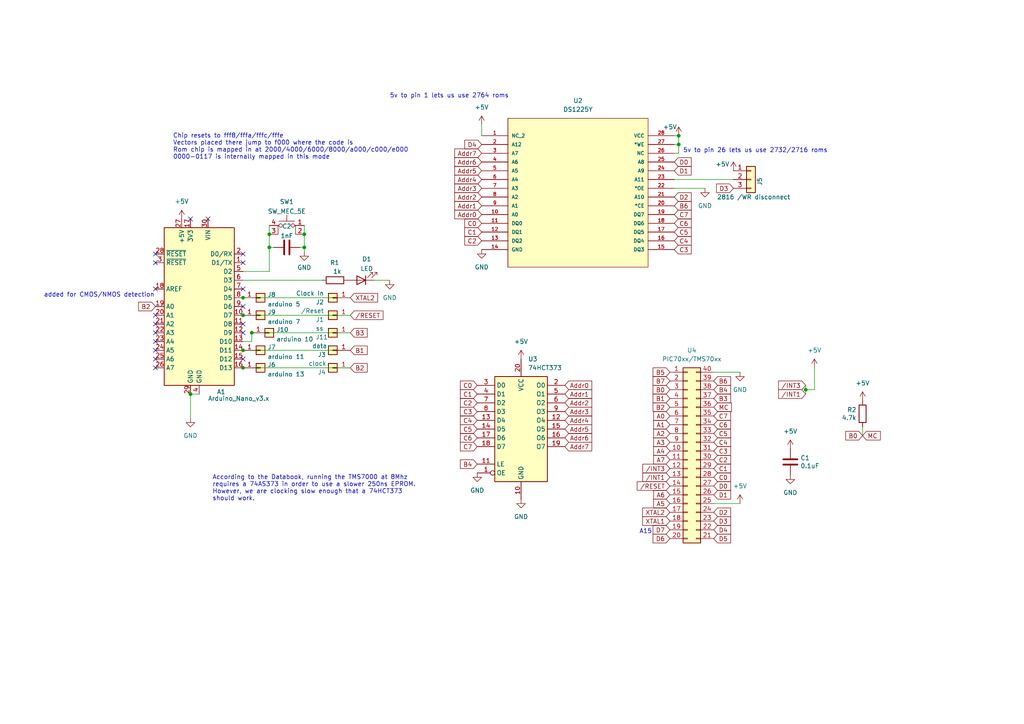
<source format=kicad_sch>
(kicad_sch (version 20211123) (generator eeschema)
  (paper "A4")
  (lib_symbols
    (symbol "74xx:74HC373"
      (property "Reference" "U" (at -7.62 16.51 0))
      (property "Value" "74HC373" (at -7.62 -16.51 0))
      (symbol "74HC373_1_0"
        (pin input inverted (at -12.7 -12.7 0) (length 5.08) (name "OE") (number "1"))
        (pin power_in line (at 0 -20.32 90) (length 5.08) (name "GND") (number "10"))
        (pin input line (at -12.7 -10.16 0) (length 5.08) (name "LE") (number "11"))
        (pin tri_state line (at 12.7 2.54 180) (length 5.08) (name "O4") (number "12"))
        (pin input line (at -12.7 2.54 0) (length 5.08) (name "D4") (number "13"))
        (pin input line (at -12.7 0 0) (length 5.08) (name "D5") (number "14"))
        (pin tri_state line (at 12.7 0 180) (length 5.08) (name "O5") (number "15"))
        (pin tri_state line (at 12.7 -2.54 180) (length 5.08) (name "O6") (number "16"))
        (pin input line (at -12.7 -2.54 0) (length 5.08) (name "D6") (number "17"))
        (pin input line (at -12.7 -5.08 0) (length 5.08) (name "D7") (number "18"))
        (pin tri_state line (at 12.7 -5.08 180) (length 5.08) (name "O7") (number "19"))
        (pin tri_state line (at 12.7 12.7 180) (length 5.08) (name "O0") (number "2"))
        (pin power_in line (at 0 20.32 270) (length 5.08) (name "VCC") (number "20"))
        (pin input line (at -12.7 12.7 0) (length 5.08) (name "D0") (number "3"))
        (pin input line (at -12.7 10.16 0) (length 5.08) (name "D1") (number "4"))
        (pin tri_state line (at 12.7 10.16 180) (length 5.08) (name "O1") (number "5"))
        (pin tri_state line (at 12.7 7.62 180) (length 5.08) (name "O2") (number "6"))
        (pin input line (at -12.7 7.62 0) (length 5.08) (name "D2") (number "7"))
        (pin input line (at -12.7 5.08 0) (length 5.08) (name "D3") (number "8"))
        (pin tri_state line (at 12.7 5.08 180) (length 5.08) (name "O3") (number "9"))
      )
      (symbol "74HC373_1_1"
        (rectangle (start -7.62 15.24) (end 7.62 -15.24) (stroke (width 0.254)) (fill (type background)))
      )
    )
    (symbol "Connector_Generic:Conn_01x01" (pin_names (offset 1.016) hide)
      (property "Reference" "J" (at 0 2.54 0))
      (property "Value" "Conn_01x01" (at 0 -2.54 0))
      (symbol "Conn_01x01_1_1"
        (rectangle (start -1.27 0.127) (end 0 -0.127) (stroke (width 0.1524)))
        (rectangle (start -1.27 1.27) (end 1.27 -1.27) (stroke (width 0.254)) (fill (type background)))
        (pin passive line (at -5.08 0 0) (length 3.81) (name "Pin_1") (number "1"))
      )
    )
    (symbol "Connector_Generic:Conn_01x03" (pin_names (offset 1.016) hide)
      (property "Reference" "J" (at 0 5.08 0))
      (property "Value" "Conn_01x03" (at 0 -5.08 0))
      (symbol "Conn_01x03_1_1"
        (rectangle (start -1.27 -2.413) (end 0 -2.667) (stroke (width 0.1524)))
        (rectangle (start -1.27 0.127) (end 0 -0.127) (stroke (width 0.1524)))
        (rectangle (start -1.27 2.667) (end 0 2.413) (stroke (width 0.1524)))
        (rectangle (start -1.27 3.81) (end 1.27 -3.81) (stroke (width 0.254)) (fill (type background)))
        (pin passive line (at -5.08 2.54 0) (length 3.81) (name "Pin_1") (number "1"))
        (pin passive line (at -5.08 0 0) (length 3.81) (name "Pin_2") (number "2"))
        (pin passive line (at -5.08 -2.54 0) (length 3.81) (name "Pin_3") (number "3"))
      )
    )
    (symbol "Connector_Generic:Conn_02x20_Counter_Clockwise" (pin_names (offset 1.016) hide)
      (property "Reference" "J" (at 1.27 25.4 0))
      (property "Value" "Conn_02x20_Counter_Clockwise" (at 1.27 -27.94 0))
      (symbol "Conn_02x20_Counter_Clockwise_1_1"
        (rectangle (start -1.27 -25.273) (end 0 -25.527) (stroke (width 0.1524)))
        (rectangle (start -1.27 -22.733) (end 0 -22.987) (stroke (width 0.1524)))
        (rectangle (start -1.27 -20.193) (end 0 -20.447) (stroke (width 0.1524)))
        (rectangle (start -1.27 -17.653) (end 0 -17.907) (stroke (width 0.1524)))
        (rectangle (start -1.27 -15.113) (end 0 -15.367) (stroke (width 0.1524)))
        (rectangle (start -1.27 -12.573) (end 0 -12.827) (stroke (width 0.1524)))
        (rectangle (start -1.27 -10.033) (end 0 -10.287) (stroke (width 0.1524)))
        (rectangle (start -1.27 -7.493) (end 0 -7.747) (stroke (width 0.1524)))
        (rectangle (start -1.27 -4.953) (end 0 -5.207) (stroke (width 0.1524)))
        (rectangle (start -1.27 -2.413) (end 0 -2.667) (stroke (width 0.1524)))
        (rectangle (start -1.27 0.127) (end 0 -0.127) (stroke (width 0.1524)))
        (rectangle (start -1.27 2.667) (end 0 2.413) (stroke (width 0.1524)))
        (rectangle (start -1.27 5.207) (end 0 4.953) (stroke (width 0.1524)))
        (rectangle (start -1.27 7.747) (end 0 7.493) (stroke (width 0.1524)))
        (rectangle (start -1.27 10.287) (end 0 10.033) (stroke (width 0.1524)))
        (rectangle (start -1.27 12.827) (end 0 12.573) (stroke (width 0.1524)))
        (rectangle (start -1.27 15.367) (end 0 15.113) (stroke (width 0.1524)))
        (rectangle (start -1.27 17.907) (end 0 17.653) (stroke (width 0.1524)))
        (rectangle (start -1.27 20.447) (end 0 20.193) (stroke (width 0.1524)))
        (rectangle (start -1.27 22.987) (end 0 22.733) (stroke (width 0.1524)))
        (rectangle (start -1.27 24.13) (end 3.81 -26.67) (stroke (width 0.254)) (fill (type background)))
        (rectangle (start 3.81 -25.273) (end 2.54 -25.527) (stroke (width 0.1524)))
        (rectangle (start 3.81 -22.733) (end 2.54 -22.987) (stroke (width 0.1524)))
        (rectangle (start 3.81 -20.193) (end 2.54 -20.447) (stroke (width 0.1524)))
        (rectangle (start 3.81 -17.653) (end 2.54 -17.907) (stroke (width 0.1524)))
        (rectangle (start 3.81 -15.113) (end 2.54 -15.367) (stroke (width 0.1524)))
        (rectangle (start 3.81 -12.573) (end 2.54 -12.827) (stroke (width 0.1524)))
        (rectangle (start 3.81 -10.033) (end 2.54 -10.287) (stroke (width 0.1524)))
        (rectangle (start 3.81 -7.493) (end 2.54 -7.747) (stroke (width 0.1524)))
        (rectangle (start 3.81 -4.953) (end 2.54 -5.207) (stroke (width 0.1524)))
        (rectangle (start 3.81 -2.413) (end 2.54 -2.667) (stroke (width 0.1524)))
        (rectangle (start 3.81 0.127) (end 2.54 -0.127) (stroke (width 0.1524)))
        (rectangle (start 3.81 2.667) (end 2.54 2.413) (stroke (width 0.1524)))
        (rectangle (start 3.81 5.207) (end 2.54 4.953) (stroke (width 0.1524)))
        (rectangle (start 3.81 7.747) (end 2.54 7.493) (stroke (width 0.1524)))
        (rectangle (start 3.81 10.287) (end 2.54 10.033) (stroke (width 0.1524)))
        (rectangle (start 3.81 12.827) (end 2.54 12.573) (stroke (width 0.1524)))
        (rectangle (start 3.81 15.367) (end 2.54 15.113) (stroke (width 0.1524)))
        (rectangle (start 3.81 17.907) (end 2.54 17.653) (stroke (width 0.1524)))
        (rectangle (start 3.81 20.447) (end 2.54 20.193) (stroke (width 0.1524)))
        (rectangle (start 3.81 22.987) (end 2.54 22.733) (stroke (width 0.1524)))
        (pin passive line (at -5.08 22.86 0) (length 3.81) (name "Pin_1") (number "1"))
        (pin passive line (at -5.08 0 0) (length 3.81) (name "Pin_10") (number "10"))
        (pin passive line (at -5.08 -2.54 0) (length 3.81) (name "Pin_11") (number "11"))
        (pin passive line (at -5.08 -5.08 0) (length 3.81) (name "Pin_12") (number "12"))
        (pin passive line (at -5.08 -7.62 0) (length 3.81) (name "Pin_13") (number "13"))
        (pin passive line (at -5.08 -10.16 0) (length 3.81) (name "Pin_14") (number "14"))
        (pin passive line (at -5.08 -12.7 0) (length 3.81) (name "Pin_15") (number "15"))
        (pin passive line (at -5.08 -15.24 0) (length 3.81) (name "Pin_16") (number "16"))
        (pin passive line (at -5.08 -17.78 0) (length 3.81) (name "Pin_17") (number "17"))
        (pin passive line (at -5.08 -20.32 0) (length 3.81) (name "Pin_18") (number "18"))
        (pin passive line (at -5.08 -22.86 0) (length 3.81) (name "Pin_19") (number "19"))
        (pin passive line (at -5.08 20.32 0) (length 3.81) (name "Pin_2") (number "2"))
        (pin passive line (at -5.08 -25.4 0) (length 3.81) (name "Pin_20") (number "20"))
        (pin passive line (at 7.62 -25.4 180) (length 3.81) (name "Pin_21") (number "21"))
        (pin passive line (at 7.62 -22.86 180) (length 3.81) (name "Pin_22") (number "22"))
        (pin passive line (at 7.62 -20.32 180) (length 3.81) (name "Pin_23") (number "23"))
        (pin passive line (at 7.62 -17.78 180) (length 3.81) (name "Pin_24") (number "24"))
        (pin passive line (at 7.62 -15.24 180) (length 3.81) (name "Pin_25") (number "25"))
        (pin passive line (at 7.62 -12.7 180) (length 3.81) (name "Pin_26") (number "26"))
        (pin passive line (at 7.62 -10.16 180) (length 3.81) (name "Pin_27") (number "27"))
        (pin passive line (at 7.62 -7.62 180) (length 3.81) (name "Pin_28") (number "28"))
        (pin passive line (at 7.62 -5.08 180) (length 3.81) (name "Pin_29") (number "29"))
        (pin passive line (at -5.08 17.78 0) (length 3.81) (name "Pin_3") (number "3"))
        (pin passive line (at 7.62 -2.54 180) (length 3.81) (name "Pin_30") (number "30"))
        (pin passive line (at 7.62 0 180) (length 3.81) (name "Pin_31") (number "31"))
        (pin passive line (at 7.62 2.54 180) (length 3.81) (name "Pin_32") (number "32"))
        (pin passive line (at 7.62 5.08 180) (length 3.81) (name "Pin_33") (number "33"))
        (pin passive line (at 7.62 7.62 180) (length 3.81) (name "Pin_34") (number "34"))
        (pin passive line (at 7.62 10.16 180) (length 3.81) (name "Pin_35") (number "35"))
        (pin passive line (at 7.62 12.7 180) (length 3.81) (name "Pin_36") (number "36"))
        (pin passive line (at 7.62 15.24 180) (length 3.81) (name "Pin_37") (number "37"))
        (pin passive line (at 7.62 17.78 180) (length 3.81) (name "Pin_38") (number "38"))
        (pin passive line (at 7.62 20.32 180) (length 3.81) (name "Pin_39") (number "39"))
        (pin passive line (at -5.08 15.24 0) (length 3.81) (name "Pin_4") (number "4"))
        (pin passive line (at 7.62 22.86 180) (length 3.81) (name "Pin_40") (number "40"))
        (pin passive line (at -5.08 12.7 0) (length 3.81) (name "Pin_5") (number "5"))
        (pin passive line (at -5.08 10.16 0) (length 3.81) (name "Pin_6") (number "6"))
        (pin passive line (at -5.08 7.62 0) (length 3.81) (name "Pin_7") (number "7"))
        (pin passive line (at -5.08 5.08 0) (length 3.81) (name "Pin_8") (number "8"))
        (pin passive line (at -5.08 2.54 0) (length 3.81) (name "Pin_9") (number "9"))
      )
    )
    (symbol "Device:C" (pin_numbers hide) (pin_names (offset 0.254))
      (property "Reference" "C" (at 0.635 2.54 0))
      (property "Value" "C" (at 0.635 -2.54 0))
      (symbol "C_0_1"
        (polyline (pts (xy -2.032 -0.762) (xy 2.032 -0.762)) (stroke (width 0.508)))
        (polyline (pts (xy -2.032 0.762) (xy 2.032 0.762)) (stroke (width 0.508)))
      )
      (symbol "C_1_1"
        (pin passive line (at 0 3.81 270) (length 2.794) (name "~") (number "1"))
        (pin passive line (at 0 -3.81 90) (length 2.794) (name "~") (number "2"))
      )
    )
    (symbol "Device:LED" (pin_numbers hide) (pin_names (offset 1.016) hide)
      (property "Reference" "D" (at 0 2.54 0))
      (property "Value" "LED" (at 0 -2.54 0))
      (symbol "LED_0_1"
        (polyline (pts (xy -1.27 -1.27) (xy -1.27 1.27)) (stroke (width 0.254)))
        (polyline (pts (xy -1.27 0) (xy 1.27 0)))
        (polyline (pts (xy 1.27 -1.27) (xy 1.27 1.27) (xy -1.27 0) (xy 1.27 -1.27)) (stroke (width 0.254)))
        (polyline (pts (xy -3.048 -0.762) (xy -4.572 -2.286) (xy -3.81 -2.286) (xy -4.572 -2.286) (xy -4.572 -1.524)))
        (polyline (pts (xy -1.778 -0.762) (xy -3.302 -2.286) (xy -2.54 -2.286) (xy -3.302 -2.286) (xy -3.302 -1.524)))
      )
      (symbol "LED_1_1"
        (pin passive line (at -3.81 0 0) (length 2.54) (name "K") (number "1"))
        (pin passive line (at 3.81 0 180) (length 2.54) (name "A") (number "2"))
      )
    )
    (symbol "Device:R" (pin_numbers hide) (pin_names (offset 0))
      (property "Reference" "R" (at 2.032 0 90))
      (property "Value" "R" (at 0 0 90))
      (symbol "R_0_1"
        (rectangle (start -1.016 -2.54) (end 1.016 2.54) (stroke (width 0.254)))
      )
      (symbol "R_1_1"
        (pin passive line (at 0 3.81 270) (length 1.27) (name "~") (number "1"))
        (pin passive line (at 0 -3.81 90) (length 1.27) (name "~") (number "2"))
      )
    )
    (symbol "Frank Misc:DS1225Y-150" (pin_names (offset 1.016))
      (property "Reference" "U" (at 23.2156 9.1186 0))
      (property "Value" "DS1225Y-150" (at 22.6314 6.604 0))
      (symbol "DS1225Y-150_0_0"
        (polyline (pts (xy 7.62 5.08) (xy 7.62 -38.1)) (stroke (width 0.1524)))
        (rectangle (start 7.62 -38.1) (end 48.26 5.08) (stroke (width 0.1524)) (fill (type background)))
        (pin passive line (at 0 0 0) (length 7.62) (name "NC_2") (number "1"))
        (pin input line (at 0 -22.86 0) (length 7.62) (name "A0") (number "10"))
        (pin passive line (at 0 -25.4 0) (length 7.62) (name "DQ0") (number "11"))
        (pin passive line (at 0 -27.94 0) (length 7.62) (name "DQ1") (number "12"))
        (pin passive line (at 0 -30.48 0) (length 7.62) (name "DQ2") (number "13"))
        (pin power_in line (at 0 -33.02 0) (length 7.62) (name "GND") (number "14"))
        (pin passive line (at 55.88 -33.02 180) (length 7.62) (name "DQ3") (number "15"))
        (pin passive line (at 55.88 -30.48 180) (length 7.62) (name "DQ4") (number "16"))
        (pin passive line (at 55.88 -27.94 180) (length 7.62) (name "DQ5") (number "17"))
        (pin passive line (at 55.88 -25.4 180) (length 7.62) (name "DQ6") (number "18"))
        (pin passive line (at 55.88 -22.86 180) (length 7.62) (name "DQ7") (number "19"))
        (pin input line (at 0 -2.54 0) (length 7.62) (name "A12") (number "2"))
        (pin passive line (at 55.88 -20.32 180) (length 7.62) (name "*CE") (number "20"))
        (pin input line (at 55.88 -17.78 180) (length 7.62) (name "A10") (number "21"))
        (pin output line (at 55.88 -15.24 180) (length 7.62) (name "*OE") (number "22"))
        (pin input line (at 55.88 -12.7 180) (length 7.62) (name "A11") (number "23"))
        (pin input line (at 55.88 -10.16 180) (length 7.62) (name "A9") (number "24"))
        (pin input line (at 55.88 -7.62 180) (length 7.62) (name "A8") (number "25"))
        (pin passive line (at 55.88 -5.08 180) (length 7.62) (name "NC") (number "26"))
        (pin passive line (at 55.88 -2.54 180) (length 7.62) (name "*WE") (number "27"))
        (pin power_in line (at 55.88 0 180) (length 7.62) (name "VCC") (number "28"))
        (pin input line (at 0 -5.08 0) (length 7.62) (name "A7") (number "3"))
        (pin input line (at 0 -7.62 0) (length 7.62) (name "A6") (number "4"))
        (pin input line (at 0 -10.16 0) (length 7.62) (name "A5") (number "5"))
        (pin input line (at 0 -12.7 0) (length 7.62) (name "A4") (number "6"))
        (pin input line (at 0 -15.24 0) (length 7.62) (name "A3") (number "7"))
        (pin input line (at 0 -17.78 0) (length 7.62) (name "A2") (number "8"))
        (pin input line (at 0 -20.32 0) (length 7.62) (name "A1") (number "9"))
      )
    )
    (symbol "MCU_Module:Arduino_Nano_v3.x"
      (property "Reference" "A" (at -10.16 23.495 0))
      (property "Value" "Arduino_Nano_v3.x" (at 5.08 -24.13 0))
      (symbol "Arduino_Nano_v3.x_0_1"
        (rectangle (start -10.16 22.86) (end 10.16 -22.86) (stroke (width 0.254)) (fill (type background)))
      )
      (symbol "Arduino_Nano_v3.x_1_1"
        (pin bidirectional line (at -12.7 12.7 0) (length 2.54) (name "D1/TX") (number "1"))
        (pin bidirectional line (at -12.7 -2.54 0) (length 2.54) (name "D7") (number "10"))
        (pin bidirectional line (at -12.7 -5.08 0) (length 2.54) (name "D8") (number "11"))
        (pin bidirectional line (at -12.7 -7.62 0) (length 2.54) (name "D9") (number "12"))
        (pin bidirectional line (at -12.7 -10.16 0) (length 2.54) (name "D10") (number "13"))
        (pin bidirectional line (at -12.7 -12.7 0) (length 2.54) (name "D11") (number "14"))
        (pin bidirectional line (at -12.7 -15.24 0) (length 2.54) (name "D12") (number "15"))
        (pin bidirectional line (at -12.7 -17.78 0) (length 2.54) (name "D13") (number "16"))
        (pin power_out line (at 2.54 25.4 270) (length 2.54) (name "3V3") (number "17"))
        (pin input line (at 12.7 5.08 180) (length 2.54) (name "AREF") (number "18"))
        (pin bidirectional line (at 12.7 0 180) (length 2.54) (name "A0") (number "19"))
        (pin bidirectional line (at -12.7 15.24 0) (length 2.54) (name "D0/RX") (number "2"))
        (pin bidirectional line (at 12.7 -2.54 180) (length 2.54) (name "A1") (number "20"))
        (pin bidirectional line (at 12.7 -5.08 180) (length 2.54) (name "A2") (number "21"))
        (pin bidirectional line (at 12.7 -7.62 180) (length 2.54) (name "A3") (number "22"))
        (pin bidirectional line (at 12.7 -10.16 180) (length 2.54) (name "A4") (number "23"))
        (pin bidirectional line (at 12.7 -12.7 180) (length 2.54) (name "A5") (number "24"))
        (pin bidirectional line (at 12.7 -15.24 180) (length 2.54) (name "A6") (number "25"))
        (pin bidirectional line (at 12.7 -17.78 180) (length 2.54) (name "A7") (number "26"))
        (pin power_out line (at 5.08 25.4 270) (length 2.54) (name "+5V") (number "27"))
        (pin input line (at 12.7 15.24 180) (length 2.54) (name "~{RESET}") (number "28"))
        (pin power_in line (at 2.54 -25.4 90) (length 2.54) (name "GND") (number "29"))
        (pin input line (at 12.7 12.7 180) (length 2.54) (name "~{RESET}") (number "3"))
        (pin power_in line (at -2.54 25.4 270) (length 2.54) (name "VIN") (number "30"))
        (pin power_in line (at 0 -25.4 90) (length 2.54) (name "GND") (number "4"))
        (pin bidirectional line (at -12.7 10.16 0) (length 2.54) (name "D2") (number "5"))
        (pin bidirectional line (at -12.7 7.62 0) (length 2.54) (name "D3") (number "6"))
        (pin bidirectional line (at -12.7 5.08 0) (length 2.54) (name "D4") (number "7"))
        (pin bidirectional line (at -12.7 2.54 0) (length 2.54) (name "D5") (number "8"))
        (pin bidirectional line (at -12.7 0 0) (length 2.54) (name "D6") (number "9"))
      )
    )
    (symbol "Switch:SW_MEC_5E" (pin_names (offset 1.016) hide)
      (property "Reference" "SW" (at 0.635 5.715 0))
      (property "Value" "SW_MEC_5E" (at 0 -3.175 0))
      (symbol "SW_MEC_5E_0_1"
        (circle (center -1.778 2.54) (radius 0.508))
        (polyline (pts (xy -2.286 3.81) (xy 2.286 3.81)))
        (polyline (pts (xy 0 3.81) (xy 0 5.588)))
        (polyline (pts (xy -2.54 0) (xy -2.54 2.54) (xy -2.286 2.54)))
        (polyline (pts (xy 2.54 0) (xy 2.54 2.54) (xy 2.286 2.54)))
        (circle (center 1.778 2.54) (radius 0.508))
        (pin passive line (at -5.08 2.54 0) (length 2.54) (name "1") (number "1"))
        (pin passive line (at -5.08 0 0) (length 2.54) (name "2") (number "2"))
        (pin passive line (at 5.08 0 180) (length 2.54) (name "K") (number "3"))
        (pin passive line (at 5.08 2.54 180) (length 2.54) (name "A") (number "4"))
      )
    )
    (symbol "power:+5V" (power) (pin_names (offset 0))
      (property "Value" "+5V" (at 0 3.556 0))
      (symbol "+5V_0_1"
        (polyline (pts (xy -0.762 1.27) (xy 0 2.54)))
        (polyline (pts (xy 0 0) (xy 0 2.54)))
        (polyline (pts (xy 0 2.54) (xy 0.762 1.27)))
      )
      (symbol "+5V_1_1"
        (pin power_in line (at 0 0 90) (length 0) hide (name "+5V") (number "1"))
      )
    )
    (symbol "power:GND" (power) (pin_names (offset 0))
      (property "Value" "GND" (at 0 -3.81 0))
      (symbol "GND_0_1"
        (polyline (pts (xy 0 0) (xy 0 -1.27) (xy 1.27 -1.27) (xy 0 -2.54) (xy -1.27 -1.27) (xy 0 -1.27)))
      )
      (symbol "GND_1_1"
        (pin power_in line (at 0 0 270) (length 0) hide (name "GND") (number "1"))
      )
    )
  )
  (junction (at 73.025 96.52))
  (junction (at 196.85 41.91))
  (junction (at 55.245 114.3))
  (junction (at 196.85 39.37))
  (junction (at 78.105 67.945))
  (junction (at 70.485 86.36))
  (junction (at 88.265 67.945))
  (junction (at 70.485 106.68))
  (junction (at 70.485 91.44))
  (junction (at 78.105 71.755))
  (junction (at 88.265 71.755))
  (junction (at 233.68 113.03))
  (junction (at 70.485 101.6))
  (no_connect (at 70.485 88.9))
  (no_connect (at 70.485 93.98))
  (no_connect (at 70.485 96.52))
  (no_connect (at 70.485 83.82))
  (no_connect (at 60.325 63.5))
  (no_connect (at 55.245 63.5))
  (no_connect (at 45.085 73.66))
  (no_connect (at 70.485 73.66))
  (no_connect (at 70.485 76.2))
  (no_connect (at 45.085 76.2))
  (no_connect (at 45.085 83.82))
  (no_connect (at 70.485 104.14))
  (no_connect (at 45.085 104.14))
  (no_connect (at 45.085 99.06))
  (no_connect (at 45.085 101.6))
  (no_connect (at 45.085 106.68))
  (no_connect (at 45.085 96.52))
  (no_connect (at 45.085 93.98))
  (no_connect (at 45.085 91.44))
  (wire (pts (xy 55.245 114.3) (xy 57.785 114.3)))
  (wire (pts (xy 236.22 113.03) (xy 236.22 106.68)))
  (wire (pts (xy 73.025 96.52) (xy 101.6 96.52)))
  (wire (pts (xy 88.265 71.755) (xy 88.265 73.025)))
  (wire (pts (xy 70.485 106.68) (xy 101.6 106.68)))
  (wire (pts (xy 88.265 65.405) (xy 88.265 67.945)))
  (wire (pts (xy 78.105 71.755) (xy 78.105 67.945)))
  (wire (pts (xy 214.63 107.95) (xy 207.01 107.95)))
  (wire (pts (xy 73.025 99.06) (xy 73.025 96.52)))
  (wire (pts (xy 196.85 44.45) (xy 196.85 41.91)))
  (wire (pts (xy 78.105 78.74) (xy 70.485 78.74)))
  (wire (pts (xy 70.485 101.6) (xy 101.6 101.6)))
  (wire (pts (xy 196.85 41.91) (xy 196.85 39.37)))
  (wire (pts (xy 196.85 39.37) (xy 195.58 39.37)))
  (wire (pts (xy 233.68 113.03) (xy 236.22 113.03)))
  (wire (pts (xy 70.485 91.44) (xy 101.6 91.44)))
  (wire (pts (xy 70.485 86.36) (xy 101.6 86.36)))
  (wire (pts (xy 195.58 44.45) (xy 196.85 44.45)))
  (wire (pts (xy 70.485 99.06) (xy 73.025 99.06)))
  (wire (pts (xy 78.105 65.405) (xy 78.105 67.945)))
  (wire (pts (xy 195.58 41.91) (xy 196.85 41.91)))
  (wire (pts (xy 79.375 71.755) (xy 78.105 71.755)))
  (wire (pts (xy 139.7 36.195) (xy 139.7 39.37)))
  (wire (pts (xy 233.68 114.3) (xy 233.68 113.03)))
  (wire (pts (xy 55.245 121.285) (xy 55.245 114.3)))
  (wire (pts (xy 88.265 71.755) (xy 86.995 71.755)))
  (wire (pts (xy 93.345 81.28) (xy 70.485 81.28)))
  (wire (pts (xy 113.03 81.28) (xy 108.585 81.28)))
  (wire (pts (xy 88.265 67.945) (xy 88.265 71.755)))
  (wire (pts (xy 78.105 71.755) (xy 78.105 78.74)))
  (wire (pts (xy 204.47 54.61) (xy 195.58 54.61)))
  (wire (pts (xy 195.58 52.07) (xy 212.725 52.07)))
  (wire (pts (xy 233.68 113.03) (xy 233.68 111.76)))
  (wire (pts (xy 250.19 126.365) (xy 250.19 123.825)))
  (wire (pts (xy 214.63 146.05) (xy 207.01 146.05)))
  (text "According to the Databook, running the TMS7000 at 8Mhz \nrequires a 74AS373 in order to use a slower 250ns EPROM.  \nHowever, we are clocking slow enough that a 74HCT373 \nshould work." (at 61.595 145.415 0) (effects (font (size 1.27 1.27)) (justify left bottom)))
  (text "added for CMOS/NMOS detection" (at 12.7 86.36 0) (effects (font (size 1.27 1.27)) (justify left bottom)))
  (text "5v to pin 26 lets us use 2732/2716 roms" (at 198.12 44.45 0) (effects (font (size 1.27 1.27)) (justify left bottom)))
  (text "5v to pin 1 lets us use 2764 roms" (at 113.03 28.575 0) (effects (font (size 1.27 1.27)) (justify left bottom)))
  (text "Chip resets to fff8/fffa/fffc/fffe\nVectors placed there jump to f000 where the code is\nRom chip is mapped in at 2000/4000/6000/8000/a000/c000/e000\n0000-0117 is internally mapped in this mode" (at 50.165 46.355 0) (effects (font (size 1.27 1.27)) (justify left bottom)))
  (text "A15" (at 185.42 154.94 0) (effects (font (size 1.27 1.27)) (justify left bottom)))
  (global_label "{slash}INT3" (shape input) (at 194.31 135.89 180) (property "Intersheet References" "${INTERSHEET_REFS}" (effects hide)))
  (global_label "XTAL1" (shape input) (at 194.31 151.13 180) (property "Intersheet References" "${INTERSHEET_REFS}" (effects hide)))
  (global_label "D1" (shape input) (at 195.58 49.53 0) (property "Intersheet References" "${INTERSHEET_REFS}" (effects hide)))
  (global_label "C5" (shape input) (at 138.43 124.46 180) (property "Intersheet References" "${INTERSHEET_REFS}" (effects hide)))
  (global_label "B2" (shape input) (at 194.31 118.11 180) (property "Intersheet References" "${INTERSHEET_REFS}" (effects hide)))
  (global_label "Addr3" (shape input) (at 139.7 54.61 180) (property "Intersheet References" "${INTERSHEET_REFS}" (effects hide)))
  (global_label "C6" (shape input) (at 207.01 123.19 0) (property "Intersheet References" "${INTERSHEET_REFS}" (effects hide)))
  (global_label "C7" (shape input) (at 207.01 120.65 0) (property "Intersheet References" "${INTERSHEET_REFS}" (effects hide)))
  (global_label "C7" (shape input) (at 138.43 129.54 180) (property "Intersheet References" "${INTERSHEET_REFS}" (effects hide)))
  (global_label "D4" (shape input) (at 139.7 41.91 180) (property "Intersheet References" "${INTERSHEET_REFS}" (effects hide)))
  (global_label "B6" (shape input) (at 195.58 59.69 0) (property "Intersheet References" "${INTERSHEET_REFS}" (effects hide)))
  (global_label "D4" (shape input) (at 207.01 153.67 0) (property "Intersheet References" "${INTERSHEET_REFS}" (effects hide)))
  (global_label "B4" (shape input) (at 138.43 134.62 180) (property "Intersheet References" "${INTERSHEET_REFS}" (effects hide)))
  (global_label "Addr2" (shape input) (at 139.7 57.15 180) (property "Intersheet References" "${INTERSHEET_REFS}" (effects hide)))
  (global_label "A4" (shape input) (at 194.31 130.81 180) (property "Intersheet References" "${INTERSHEET_REFS}" (effects hide)))
  (global_label "MC" (shape input) (at 250.19 126.365 0) (property "Intersheet References" "${INTERSHEET_REFS}" (effects hide)))
  (global_label "C6" (shape input) (at 138.43 127 180) (property "Intersheet References" "${INTERSHEET_REFS}" (effects hide)))
  (global_label "C1" (shape input) (at 207.01 135.89 0) (property "Intersheet References" "${INTERSHEET_REFS}" (effects hide)))
  (global_label "{slash}INT1" (shape input) (at 194.31 138.43 180) (property "Intersheet References" "${INTERSHEET_REFS}" (effects hide)))
  (global_label "Addr7" (shape input) (at 163.83 129.54 0) (property "Intersheet References" "${INTERSHEET_REFS}" (effects hide)))
  (global_label "A1" (shape input) (at 194.31 123.19 180) (property "Intersheet References" "${INTERSHEET_REFS}" (effects hide)))
  (global_label "B2" (shape input) (at 45.085 88.9 180) (property "Intersheet References" "${INTERSHEET_REFS}" (effects hide)))
  (global_label "A5" (shape input) (at 194.31 146.05 180) (property "Intersheet References" "${INTERSHEET_REFS}" (effects hide)))
  (global_label "Addr3" (shape input) (at 163.83 119.38 0) (property "Intersheet References" "${INTERSHEET_REFS}" (effects hide)))
  (global_label "B2" (shape input) (at 101.6 106.68 0) (property "Intersheet References" "${INTERSHEET_REFS}" (effects hide)))
  (global_label "B7" (shape input) (at 194.31 110.49 180) (property "Intersheet References" "${INTERSHEET_REFS}" (effects hide)))
  (global_label "C3" (shape input) (at 207.01 130.81 0) (property "Intersheet References" "${INTERSHEET_REFS}" (effects hide)))
  (global_label "C4" (shape input) (at 138.43 121.92 180) (property "Intersheet References" "${INTERSHEET_REFS}" (effects hide)))
  (global_label "C3" (shape input) (at 195.58 72.39 0) (property "Intersheet References" "${INTERSHEET_REFS}" (effects hide)))
  (global_label "B5" (shape input) (at 194.31 107.95 180) (property "Intersheet References" "${INTERSHEET_REFS}" (effects hide)))
  (global_label "C0" (shape input) (at 139.7 64.77 180) (property "Intersheet References" "${INTERSHEET_REFS}" (effects hide)))
  (global_label "{slash}RESET" (shape input) (at 101.6 91.44 0) (property "Intersheet References" "${INTERSHEET_REFS}" (effects hide)))
  (global_label "Addr7" (shape input) (at 139.7 44.45 180) (property "Intersheet References" "${INTERSHEET_REFS}" (effects hide)))
  (global_label "B0" (shape input) (at 194.31 113.03 180) (property "Intersheet References" "${INTERSHEET_REFS}" (effects hide)))
  (global_label "A6" (shape input) (at 194.31 143.51 180) (property "Intersheet References" "${INTERSHEET_REFS}" (effects hide)))
  (global_label "D2" (shape input) (at 207.01 148.59 0) (property "Intersheet References" "${INTERSHEET_REFS}" (effects hide)))
  (global_label "XTAL2" (shape input) (at 101.6 86.36 0) (property "Intersheet References" "${INTERSHEET_REFS}" (effects hide)))
  (global_label "{slash}INT3" (shape input) (at 233.68 111.76 180) (property "Intersheet References" "${INTERSHEET_REFS}" (effects hide)))
  (global_label "{slash}RESET" (shape input) (at 194.31 140.97 180) (property "Intersheet References" "${INTERSHEET_REFS}" (effects hide)))
  (global_label "B1" (shape input) (at 101.6 101.6 0) (property "Intersheet References" "${INTERSHEET_REFS}" (effects hide)))
  (global_label "Addr6" (shape input) (at 163.83 127 0) (property "Intersheet References" "${INTERSHEET_REFS}" (effects hide)))
  (global_label "C1" (shape input) (at 139.7 67.31 180) (property "Intersheet References" "${INTERSHEET_REFS}" (effects hide)))
  (global_label "D3" (shape input) (at 212.725 54.61 180) (property "Intersheet References" "${INTERSHEET_REFS}" (effects hide)))
  (global_label "C5" (shape input) (at 207.01 125.73 0) (property "Intersheet References" "${INTERSHEET_REFS}" (effects hide)))
  (global_label "D1" (shape input) (at 207.01 143.51 0) (property "Intersheet References" "${INTERSHEET_REFS}" (effects hide)))
  (global_label "C4" (shape input) (at 207.01 128.27 0) (property "Intersheet References" "${INTERSHEET_REFS}" (effects hide)))
  (global_label "C2" (shape input) (at 138.43 116.84 180) (property "Intersheet References" "${INTERSHEET_REFS}" (effects hide)))
  (global_label "C0" (shape input) (at 138.43 111.76 180) (property "Intersheet References" "${INTERSHEET_REFS}" (effects hide)))
  (global_label "B3" (shape input) (at 207.01 115.57 0) (property "Intersheet References" "${INTERSHEET_REFS}" (effects hide)))
  (global_label "D2" (shape input) (at 195.58 57.15 0) (property "Intersheet References" "${INTERSHEET_REFS}" (effects hide)))
  (global_label "Addr1" (shape input) (at 163.83 114.3 0) (property "Intersheet References" "${INTERSHEET_REFS}" (effects hide)))
  (global_label "A0" (shape input) (at 194.31 120.65 180) (property "Intersheet References" "${INTERSHEET_REFS}" (effects hide)))
  (global_label "C3" (shape input) (at 138.43 119.38 180) (property "Intersheet References" "${INTERSHEET_REFS}" (effects hide)))
  (global_label "Addr5" (shape input) (at 139.7 49.53 180) (property "Intersheet References" "${INTERSHEET_REFS}" (effects hide)))
  (global_label "C4" (shape input) (at 195.58 69.85 0) (property "Intersheet References" "${INTERSHEET_REFS}" (effects hide)))
  (global_label "B6" (shape input) (at 207.01 110.49 0) (property "Intersheet References" "${INTERSHEET_REFS}" (effects hide)))
  (global_label "D7" (shape input) (at 194.31 153.67 180) (property "Intersheet References" "${INTERSHEET_REFS}" (effects hide)))
  (global_label "XTAL2" (shape input) (at 194.31 148.59 180) (property "Intersheet References" "${INTERSHEET_REFS}" (effects hide)))
  (global_label "MC" (shape input) (at 207.01 118.11 0) (property "Intersheet References" "${INTERSHEET_REFS}" (effects hide)))
  (global_label "Addr2" (shape input) (at 163.83 116.84 0) (property "Intersheet References" "${INTERSHEET_REFS}" (effects hide)))
  (global_label "D0" (shape input) (at 207.01 140.97 0) (property "Intersheet References" "${INTERSHEET_REFS}" (effects hide)))
  (global_label "Addr5" (shape input) (at 163.83 124.46 0) (property "Intersheet References" "${INTERSHEET_REFS}" (effects hide)))
  (global_label "D6" (shape input) (at 194.31 156.21 180) (property "Intersheet References" "${INTERSHEET_REFS}" (effects hide)))
  (global_label "Addr1" (shape input) (at 139.7 59.69 180) (property "Intersheet References" "${INTERSHEET_REFS}" (effects hide)))
  (global_label "Addr0" (shape input) (at 139.7 62.23 180) (property "Intersheet References" "${INTERSHEET_REFS}" (effects hide)))
  (global_label "D5" (shape input) (at 207.01 156.21 0) (property "Intersheet References" "${INTERSHEET_REFS}" (effects hide)))
  (global_label "{slash}INT1" (shape input) (at 233.68 114.3 180) (property "Intersheet References" "${INTERSHEET_REFS}" (effects hide)))
  (global_label "B0" (shape input) (at 250.19 126.365 180) (property "Intersheet References" "${INTERSHEET_REFS}" (effects hide)))
  (global_label "A7" (shape input) (at 194.31 133.35 180) (property "Intersheet References" "${INTERSHEET_REFS}" (effects hide)))
  (global_label "C2" (shape input) (at 139.7 69.85 180) (property "Intersheet References" "${INTERSHEET_REFS}" (effects hide)))
  (global_label "B4" (shape input) (at 207.01 113.03 0) (property "Intersheet References" "${INTERSHEET_REFS}" (effects hide)))
  (global_label "A2" (shape input) (at 194.31 125.73 180) (property "Intersheet References" "${INTERSHEET_REFS}" (effects hide)))
  (global_label "C6" (shape input) (at 195.58 64.77 0) (property "Intersheet References" "${INTERSHEET_REFS}" (effects hide)))
  (global_label "Addr0" (shape input) (at 163.83 111.76 0) (property "Intersheet References" "${INTERSHEET_REFS}" (effects hide)))
  (global_label "D3" (shape input) (at 207.01 151.13 0) (property "Intersheet References" "${INTERSHEET_REFS}" (effects hide)))
  (global_label "B1" (shape input) (at 194.31 115.57 180) (property "Intersheet References" "${INTERSHEET_REFS}" (effects hide)))
  (global_label "A3" (shape input) (at 194.31 128.27 180) (property "Intersheet References" "${INTERSHEET_REFS}" (effects hide)))
  (global_label "C2" (shape input) (at 207.01 133.35 0) (property "Intersheet References" "${INTERSHEET_REFS}" (effects hide)))
  (global_label "Addr4" (shape input) (at 163.83 121.92 0) (property "Intersheet References" "${INTERSHEET_REFS}" (effects hide)))
  (global_label "C7" (shape input) (at 195.58 62.23 0) (property "Intersheet References" "${INTERSHEET_REFS}" (effects hide)))
  (global_label "C1" (shape input) (at 138.43 114.3 180) (property "Intersheet References" "${INTERSHEET_REFS}" (effects hide)))
  (global_label "Addr4" (shape input) (at 139.7 52.07 180) (property "Intersheet References" "${INTERSHEET_REFS}" (effects hide)))
  (global_label "D0" (shape input) (at 195.58 46.99 0) (property "Intersheet References" "${INTERSHEET_REFS}" (effects hide)))
  (global_label "C5" (shape input) (at 195.58 67.31 0) (property "Intersheet References" "${INTERSHEET_REFS}" (effects hide)))
  (global_label "B3" (shape input) (at 101.6 96.52 0) (property "Intersheet References" "${INTERSHEET_REFS}" (effects hide)))
  (global_label "C0" (shape input) (at 207.01 138.43 0) (property "Intersheet References" "${INTERSHEET_REFS}" (effects hide)))
  (global_label "Addr6" (shape input) (at 139.7 46.99 180) (property "Intersheet References" "${INTERSHEET_REFS}" (effects hide)))
  (symbol (lib_id "Device:R") (at 250.19 120.015 0) (mirror y) (unit 1)
    (property "Reference" "R2" (at 248.412 118.8466 0) (effects (justify left)))
    (property "Value" "4.7k" (at 248.412 121.158 0) (effects (justify left)))
    (property "Footprint" "Resistor_THT:R_Axial_DIN0207_L6.3mm_D2.5mm_P2.54mm_Vertical" (effects hide))
  )
  (symbol (lib_id "Switch:SW_MEC_5E") (at 83.185 67.945 0) (mirror y) (unit 1)
    (property "Reference" "SW1" (at 83.185 58.5175 0))
    (property "Value" "SW_MEC_5E" (at 83.185 61.2926 0))
    (property "Footprint" "Button_Switch_THT:SW_TH_Tactile_Omron_B3F-10xx" (effects hide))
    (property "Datasheet" "http://www.apem.com/int/index.php?controller=attachment&id_attachment=1371" (effects hide))
  )
  (symbol (lib_id "power:GND") (at 204.47 54.61 0) (unit 1)
    (property "Reference" "#PWR0112" (effects hide))
    (property "Value" "GND" (at 204.47 59.69 0))
  )
  (symbol (lib_id "Connector_Generic:Conn_01x01") (at 75.565 86.36 0) (unit 1)
    (property "Reference" "J8" (at 77.597 85.4515 0) (effects (justify left)))
    (property "Value" "arduino 5" (at 77.597 88.2266 0) (effects (justify left)))
    (property "Footprint" "Connector_PinHeader_2.54mm:PinHeader_1x01_P2.54mm_Vertical" (effects hide))
  )
  (symbol (lib_id "power:GND") (at 113.03 81.28 0) (unit 1)
    (property "Reference" "#PWR0115" (effects hide))
    (property "Value" "GND" (at 113.03 86.36 0))
  )
  (symbol (lib_id "Connector_Generic:Conn_01x01") (at 75.565 106.68 0) (unit 1)
    (property "Reference" "J6" (at 77.597 105.7715 0) (effects (justify left)))
    (property "Value" "arduino 13" (at 77.597 108.5466 0) (effects (justify left)))
    (property "Footprint" "Connector_PinHeader_2.54mm:PinHeader_1x01_P2.54mm_Vertical" (effects hide))
  )
  (symbol (lib_id "Device:LED") (at 104.775 81.28 180) (unit 1)
    (property "Reference" "D1" (at 106.3625 75.1545 0))
    (property "Value" "LED" (at 106.3625 77.9296 0))
    (property "Footprint" "LED_THT:LED_D5.0mm" (effects hide))
  )
  (symbol (lib_id "power:+5V") (at 229.235 130.175 0) (unit 1)
    (property "Reference" "#PWR0113" (effects hide))
    (property "Value" "+5V" (at 229.235 125.095 0))
  )
  (symbol (lib_id "74xx:74HC373") (at 151.13 124.46 0) (unit 1)
    (property "Reference" "U3" (at 153.1494 104.14 0) (effects (justify left)))
    (property "Value" "74HCT373" (at 153.1494 106.68 0) (effects (justify left)))
    (property "Footprint" "Package_DIP:DIP-20_W7.62mm" (effects hide))
    (property "Datasheet" "https://www.ti.com/lit/ds/symlink/cd54hc373.pdf" (effects hide))
  )
  (symbol (lib_id "power:GND") (at 229.235 137.795 0) (unit 1)
    (property "Reference" "#PWR0111" (effects hide))
    (property "Value" "GND" (at 229.235 142.875 0))
  )
  (symbol (lib_id "Connector_Generic:Conn_01x01") (at 96.52 86.36 180) (unit 1)
    (property "Reference" "J2" (at 93.98 87.6301 0) (effects (justify left)))
    (property "Value" "Clock In" (at 93.98 85.0901 0) (effects (justify left)))
    (property "Footprint" "Connector_PinHeader_2.54mm:PinHeader_1x01_P2.54mm_Vertical" (effects hide))
  )
  (symbol (lib_id "Device:C") (at 229.235 133.985 0) (unit 1)
    (property "Reference" "C1" (at 232.156 132.8166 0) (effects (justify left)))
    (property "Value" "0.1uF" (at 232.156 135.128 0) (effects (justify left)))
    (property "Footprint" "Capacitor_THT:C_Axial_L3.8mm_D2.6mm_P7.50mm_Horizontal" (effects hide))
  )
  (symbol (lib_id "Frank Misc:DS1225Y-150") (at 139.7 39.37 0) (unit 1)
    (property "Reference" "U2" (at 167.64 29.21 0))
    (property "Value" "DS1225Y" (at 167.64 31.75 0))
    (property "Footprint" "Evan's misc parts:21-0245A_28" (effects hide))
    (property "VENDOR" "MAXIM" (effects hide))
    (property "MANUFACTURER_NAME" "Maxim" (effects hide))
    (property "MANUFACTURER_PART_NUMBER" "DS1225Y150+" (effects hide))
  )
  (symbol (lib_id "power:+5V") (at 236.22 106.68 0) (unit 1)
    (property "Reference" "#PWR0102" (effects hide))
    (property "Value" "+5V" (at 236.22 101.6 0))
  )
  (symbol (lib_id "power:+5V") (at 139.7 36.195 0) (unit 1)
    (property "Reference" "#PWR0104" (effects hide))
    (property "Value" "+5V" (at 139.7 31.115 0))
  )
  (symbol (lib_id "power:+5V") (at 196.85 39.37 0) (unit 1)
    (property "Reference" "#PWR0116" (effects hide))
    (property "Value" "+5V" (at 194.31 36.83 0))
  )
  (symbol (lib_id "power:GND") (at 151.13 144.78 0) (unit 1)
    (property "Reference" "#PWR0109" (effects hide))
    (property "Value" "GND" (at 151.13 149.86 0))
  )
  (symbol (lib_id "power:+5V") (at 52.705 63.5 0) (mirror y) (unit 1)
    (property "Reference" "#PWR0106" (effects hide))
    (property "Value" "+5V" (at 52.705 58.42 0))
  )
  (symbol (lib_id "power:GND") (at 214.63 107.95 0) (unit 1)
    (property "Reference" "#PWR0101" (effects hide))
    (property "Value" "GND" (at 214.63 113.03 0))
  )
  (symbol (lib_id "Device:R") (at 97.155 81.28 90) (mirror x) (unit 1)
    (property "Reference" "R1" (at 98.425 76.2 90) (effects (justify left)))
    (property "Value" "1k" (at 99.06 78.74 90) (effects (justify left)))
    (property "Footprint" "Resistor_THT:R_Axial_DIN0207_L6.3mm_D2.5mm_P2.54mm_Vertical" (effects hide))
  )
  (symbol (lib_id "Connector_Generic:Conn_01x01") (at 96.52 101.6 180) (unit 1)
    (property "Reference" "J3" (at 93.345 102.87 0))
    (property "Value" "data" (at 92.71 100.33 0))
    (property "Footprint" "Connector_PinHeader_2.54mm:PinHeader_1x01_P2.54mm_Vertical" (effects hide))
  )
  (symbol (lib_id "power:GND") (at 55.245 121.285 0) (unit 1)
    (property "Reference" "#PWR0105" (effects hide))
    (property "Value" "GND" (at 55.245 126.365 0))
  )
  (symbol (lib_id "power:+5V") (at 212.725 49.53 0) (unit 1)
    (property "Reference" "#PWR0120" (effects hide))
    (property "Value" "+5V" (at 209.55 47.625 0))
  )
  (symbol (lib_id "Connector_Generic:Conn_01x01") (at 96.52 91.44 180) (unit 1)
    (property "Reference" "J1" (at 93.98 92.7101 0) (effects (justify left)))
    (property "Value" "/Reset" (at 93.98 90.1701 0) (effects (justify left)))
    (property "Footprint" "Connector_PinHeader_2.54mm:PinHeader_1x01_P2.54mm_Vertical" (effects hide))
  )
  (symbol (lib_id "power:+5V") (at 214.63 146.05 0) (unit 1)
    (property "Reference" "#PWR0107" (effects hide))
    (property "Value" "+5V" (at 214.63 140.97 0))
  )
  (symbol (lib_id "Connector_Generic:Conn_01x03") (at 217.805 52.07 0) (unit 1)
    (property "Reference" "J5" (at 220.345 51.435 90) (effects (justify right)))
    (property "Value" "2816 /WR disconnect" (at 229.235 57.15 0) (effects (justify right)))
    (property "Footprint" "Connector_PinHeader_2.54mm:PinHeader_1x03_P2.54mm_Vertical" (effects hide))
  )
  (symbol (lib_id "MCU_Module:Arduino_Nano_v3.x") (at 57.785 88.9 0) (mirror y) (unit 1)
    (property "Reference" "A1" (at 64.135 113.665 0))
    (property "Value" "Arduino_Nano_v3.x" (at 69.215 115.57 0))
    (property "Footprint" "Module:Arduino_Nano" (effects hide))
    (property "Datasheet" "http://www.mouser.com/pdfdocs/Gravitech_Arduino_Nano3_0.pdf" (effects hide))
  )
  (symbol (lib_id "power:+5V") (at 250.19 116.205 0) (unit 1)
    (property "Reference" "#PWR0118" (effects hide))
    (property "Value" "+5V" (at 250.19 111.125 0))
  )
  (symbol (lib_id "power:+5V") (at 151.13 104.14 0) (unit 1)
    (property "Reference" "#PWR0108" (effects hide))
    (property "Value" "+5V" (at 151.13 99.06 0))
  )
  (symbol (lib_id "Connector_Generic:Conn_02x20_Counter_Clockwise") (at 199.39 130.81 0) (unit 1)
    (property "Reference" "U4" (at 200.66 101.6 0))
    (property "Value" "PIC70xx/TMS70xx" (at 200.66 104.14 0))
    (property "Footprint" "Package_DIP:DIP-40_W15.24mm" (effects hide))
  )
  (symbol (lib_id "Connector_Generic:Conn_01x01") (at 96.52 96.52 180) (unit 1)
    (property "Reference" "J11" (at 93.345 97.79 0))
    (property "Value" "ss" (at 92.71 95.25 0))
    (property "Footprint" "Connector_PinHeader_2.54mm:PinHeader_1x01_P2.54mm_Vertical" (effects hide))
  )
  (symbol (lib_id "Connector_Generic:Conn_01x01") (at 75.565 91.44 0) (unit 1)
    (property "Reference" "J9" (at 77.597 90.5315 0) (effects (justify left)))
    (property "Value" "arduino 7" (at 77.597 93.3066 0) (effects (justify left)))
    (property "Footprint" "Connector_PinHeader_2.54mm:PinHeader_1x01_P2.54mm_Vertical" (effects hide))
  )
  (symbol (lib_id "Connector_Generic:Conn_01x01") (at 75.565 101.6 0) (unit 1)
    (property "Reference" "J7" (at 77.597 100.6915 0) (effects (justify left)))
    (property "Value" "arduino 11" (at 77.597 103.4666 0) (effects (justify left)))
    (property "Footprint" "Connector_PinHeader_2.54mm:PinHeader_1x01_P2.54mm_Vertical" (effects hide))
  )
  (symbol (lib_id "power:GND") (at 88.265 73.025 0) (mirror y) (unit 1)
    (property "Reference" "#PWR0114" (effects hide))
    (property "Value" "GND" (at 88.265 77.5875 0))
  )
  (symbol (lib_id "Device:C") (at 83.185 71.755 270) (mirror x) (unit 1)
    (property "Reference" "C2" (at 83.185 65.6295 90))
    (property "Value" "1nF" (at 83.185 68.4046 90))
    (property "Footprint" "Capacitor_THT:C_Axial_L3.8mm_D2.6mm_P7.50mm_Horizontal" (effects hide))
  )
  (symbol (lib_id "Connector_Generic:Conn_01x01") (at 96.52 106.68 180) (unit 1)
    (property "Reference" "J4" (at 93.345 107.95 0))
    (property "Value" "clock" (at 92.075 105.41 0))
    (property "Footprint" "Connector_PinHeader_2.54mm:PinHeader_1x01_P2.54mm_Vertical" (effects hide))
  )
  (symbol (lib_id "Connector_Generic:Conn_01x01") (at 78.105 96.52 0) (unit 1)
    (property "Reference" "J10" (at 80.137 95.6115 0) (effects (justify left)))
    (property "Value" "arduino 10" (at 80.137 98.3866 0) (effects (justify left)))
    (property "Footprint" "Connector_PinHeader_2.54mm:PinHeader_1x01_P2.54mm_Vertical" (effects hide))
  )
  (symbol (lib_id "power:GND") (at 139.7 72.39 0) (unit 1)
    (property "Reference" "#PWR0103" (effects hide))
    (property "Value" "GND" (at 139.7 77.47 0))
  )
  (symbol (lib_id "power:GND") (at 138.43 137.16 0) (unit 1)
    (property "Reference" "#PWR0110" (effects hide))
    (property "Value" "GND" (at 138.43 142.24 0))
  )
)
</source>
